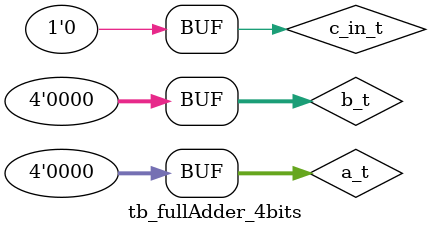
<source format=v>
module tb_fullAdder_4bits();

wire [3:0] sum_t;
wire c_out_t;
reg [3:0] a_t;
reg [3:0] b_t;
reg c_in_t;

fullAdder_4bits fullAdder4_tb
(
	.sum(sum_t),
	.c_out(c_out_t),
	.a(a_t),
	.b(b_t),
	.c_in(c_in_t)
);

initial
begin
a_t=4'b0000; b_t=4'b0000; c_in_t=1'b0; 
#5 a_t=4'b0011; b_t=4'b0100;
#5 a_t=4'b0001; b_t=4'b0101; c_in_t=1'b1;
#5 a_t=4'b1001; b_t=4'b1001;
#5 a_t=4'b1010; b_t=4'b1111;
#5 a_t=4'b1010; b_t=4'b0101; 
#5 a_t=4'b0000; b_t=4'b0000; c_in_t=1'b0; 
end

endmodule

</source>
